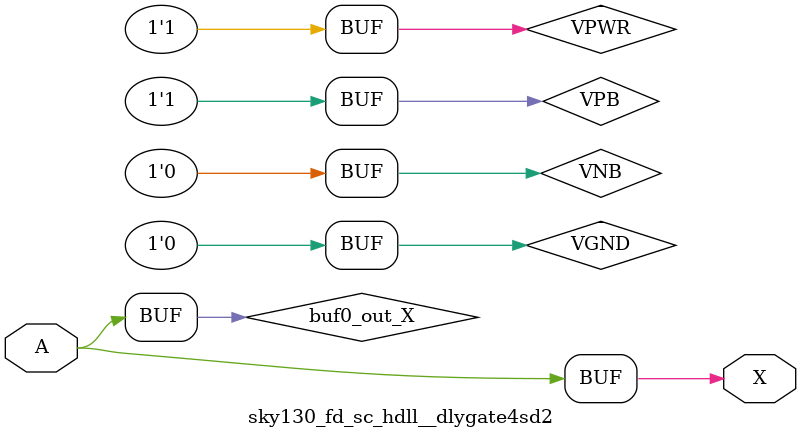
<source format=v>
/*
 * Copyright 2020 The SkyWater PDK Authors
 *
 * Licensed under the Apache License, Version 2.0 (the "License");
 * you may not use this file except in compliance with the License.
 * You may obtain a copy of the License at
 *
 *     https://www.apache.org/licenses/LICENSE-2.0
 *
 * Unless required by applicable law or agreed to in writing, software
 * distributed under the License is distributed on an "AS IS" BASIS,
 * WITHOUT WARRANTIES OR CONDITIONS OF ANY KIND, either express or implied.
 * See the License for the specific language governing permissions and
 * limitations under the License.
 *
 * SPDX-License-Identifier: Apache-2.0
*/


`ifndef SKY130_FD_SC_HDLL__DLYGATE4SD2_TIMING_V
`define SKY130_FD_SC_HDLL__DLYGATE4SD2_TIMING_V

/**
 * dlygate4sd2: Delay Buffer 4-stage 0.18um length inner stage gates.
 *
 * Verilog simulation timing model.
 */

`timescale 1ns / 1ps
`default_nettype none

`celldefine
module sky130_fd_sc_hdll__dlygate4sd2 (
    X,
    A
);

    // Module ports
    output X;
    input  A;

    // Module supplies
    supply1 VPWR;
    supply0 VGND;
    supply1 VPB ;
    supply0 VNB ;

    // Local signals
    wire buf0_out_X;

    //  Name  Output      Other arguments
    buf buf0 (buf0_out_X, A              );
    buf buf1 (X         , buf0_out_X     );

endmodule
`endcelldefine

`default_nettype wire
`endif  // SKY130_FD_SC_HDLL__DLYGATE4SD2_TIMING_V

</source>
